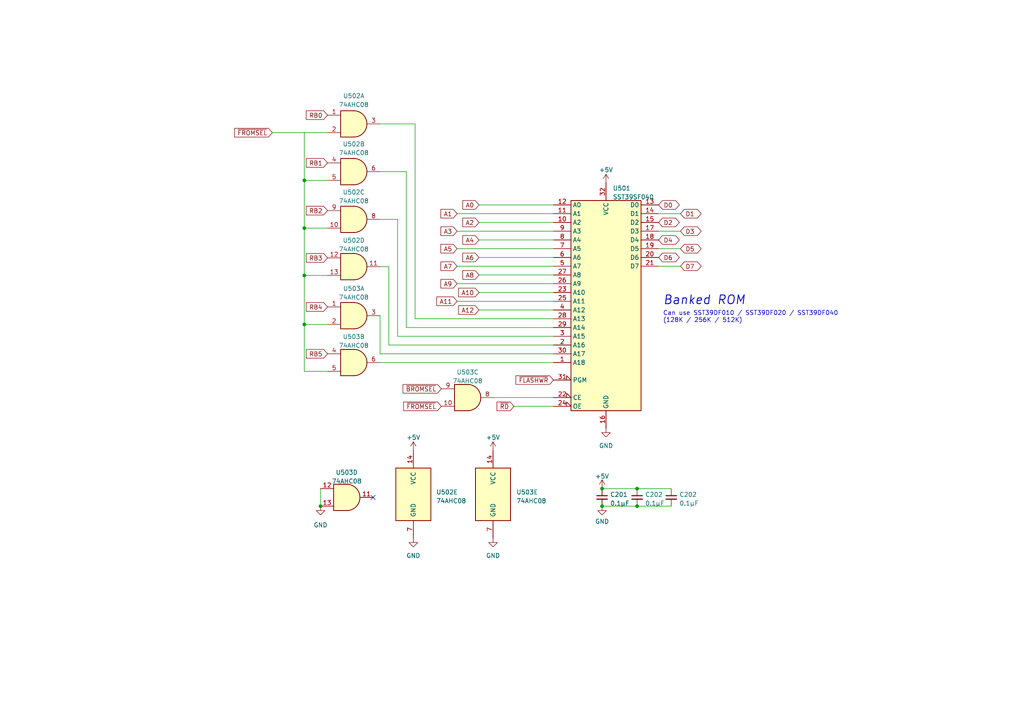
<source format=kicad_sch>
(kicad_sch (version 20230121) (generator eeschema)
  (paper "A4")
  (title_block (title "6809 Playground system board") (date "2023-11-06") (company "Copyright (c) 2022-2023 Jason R. Thorpe. See LICENSE."))
  (lib_symbols
    (symbol "74xx:74LS08" (pin_names (offset 1.016))
      (property "Reference" "U" (at 0 1.27 0))
      (property "Value" "74LS08" (at 0 -1.27 0))
      (symbol "74LS08_1_1"
        (arc (start 0 -3.81) (mid 3.7934 0) (end 0 3.81) (stroke (width 0.254)) (fill (type background)))
        (polyline (pts (xy 0 3.81) (xy -3.81 3.81) (xy -3.81 -3.81) (xy 0 -3.81)) (stroke (width 0.254)) (fill (type background)))
        (pin input line (at -7.62 2.54 0) (length 3.81) (name "~") (number "1"))
        (pin input line (at -7.62 -2.54 0) (length 3.81) (name "~") (number "2"))
        (pin output line (at 7.62 0 180) (length 3.81) (name "~") (number "3"))
      )
      (symbol "74LS08_1_2"
        (arc (start -3.81 -3.81) (mid -2.589 0) (end -3.81 3.81) (stroke (width 0.254)))
        (arc (start -0.6096 -3.81) (mid 2.1842 -2.5851) (end 3.81 0) (stroke (width 0.254)) (fill (type background)))
        (polyline (pts (xy -3.81 -3.81) (xy -0.635 -3.81)) (stroke (width 0.254)) (fill (type background)))
        (polyline (pts (xy -3.81 3.81) (xy -0.635 3.81)) (stroke (width 0.254)) (fill (type background)))
        (polyline (pts (xy -0.635 3.81) (xy -3.81 3.81) (xy -3.81 3.81) (xy -3.556 3.4036) (xy -3.0226 2.2606) (xy -2.6924 1.0414) (xy -2.6162 -0.254) (xy -2.7686 -1.4986) (xy -3.175 -2.7178) (xy -3.81 -3.81) (xy -3.81 -3.81) (xy -0.635 -3.81)) (stroke (width -25.4)) (fill (type background)))
        (arc (start 3.81 0) (mid 2.1915 2.5936) (end -0.6096 3.81) (stroke (width 0.254)) (fill (type background)))
        (pin input inverted (at -7.62 2.54 0) (length 4.318) (name "~") (number "1"))
        (pin input inverted (at -7.62 -2.54 0) (length 4.318) (name "~") (number "2"))
        (pin output inverted (at 7.62 0 180) (length 3.81) (name "~") (number "3"))
      )
      (symbol "74LS08_2_1"
        (arc (start 0 -3.81) (mid 3.7934 0) (end 0 3.81) (stroke (width 0.254)) (fill (type background)))
        (polyline (pts (xy 0 3.81) (xy -3.81 3.81) (xy -3.81 -3.81) (xy 0 -3.81)) (stroke (width 0.254)) (fill (type background)))
        (pin input line (at -7.62 2.54 0) (length 3.81) (name "~") (number "4"))
        (pin input line (at -7.62 -2.54 0) (length 3.81) (name "~") (number "5"))
        (pin output line (at 7.62 0 180) (length 3.81) (name "~") (number "6"))
      )
      (symbol "74LS08_2_2"
        (arc (start -3.81 -3.81) (mid -2.589 0) (end -3.81 3.81) (stroke (width 0.254)))
        (arc (start -0.6096 -3.81) (mid 2.1842 -2.5851) (end 3.81 0) (stroke (width 0.254)) (fill (type background)))
        (polyline (pts (xy -3.81 -3.81) (xy -0.635 -3.81)) (stroke (width 0.254)) (fill (type background)))
        (polyline (pts (xy -3.81 3.81) (xy -0.635 3.81)) (stroke (width 0.254)) (fill (type background)))
        (polyline (pts (xy -0.635 3.81) (xy -3.81 3.81) (xy -3.81 3.81) (xy -3.556 3.4036) (xy -3.0226 2.2606) (xy -2.6924 1.0414) (xy -2.6162 -0.254) (xy -2.7686 -1.4986) (xy -3.175 -2.7178) (xy -3.81 -3.81) (xy -3.81 -3.81) (xy -0.635 -3.81)) (stroke (width -25.4)) (fill (type background)))
        (arc (start 3.81 0) (mid 2.1915 2.5936) (end -0.6096 3.81) (stroke (width 0.254)) (fill (type background)))
        (pin input inverted (at -7.62 2.54 0) (length 4.318) (name "~") (number "4"))
        (pin input inverted (at -7.62 -2.54 0) (length 4.318) (name "~") (number "5"))
        (pin output inverted (at 7.62 0 180) (length 3.81) (name "~") (number "6"))
      )
      (symbol "74LS08_3_1"
        (arc (start 0 -3.81) (mid 3.7934 0) (end 0 3.81) (stroke (width 0.254)) (fill (type background)))
        (polyline (pts (xy 0 3.81) (xy -3.81 3.81) (xy -3.81 -3.81) (xy 0 -3.81)) (stroke (width 0.254)) (fill (type background)))
        (pin input line (at -7.62 -2.54 0) (length 3.81) (name "~") (number "10"))
        (pin output line (at 7.62 0 180) (length 3.81) (name "~") (number "8"))
        (pin input line (at -7.62 2.54 0) (length 3.81) (name "~") (number "9"))
      )
      (symbol "74LS08_3_2"
        (arc (start -3.81 -3.81) (mid -2.589 0) (end -3.81 3.81) (stroke (width 0.254)))
        (arc (start -0.6096 -3.81) (mid 2.1842 -2.5851) (end 3.81 0) (stroke (width 0.254)) (fill (type background)))
        (polyline (pts (xy -3.81 -3.81) (xy -0.635 -3.81)) (stroke (width 0.254)) (fill (type background)))
        (polyline (pts (xy -3.81 3.81) (xy -0.635 3.81)) (stroke (width 0.254)) (fill (type background)))
        (polyline (pts (xy -0.635 3.81) (xy -3.81 3.81) (xy -3.81 3.81) (xy -3.556 3.4036) (xy -3.0226 2.2606) (xy -2.6924 1.0414) (xy -2.6162 -0.254) (xy -2.7686 -1.4986) (xy -3.175 -2.7178) (xy -3.81 -3.81) (xy -3.81 -3.81) (xy -0.635 -3.81)) (stroke (width -25.4)) (fill (type background)))
        (arc (start 3.81 0) (mid 2.1915 2.5936) (end -0.6096 3.81) (stroke (width 0.254)) (fill (type background)))
        (pin input inverted (at -7.62 -2.54 0) (length 4.318) (name "~") (number "10"))
        (pin output inverted (at 7.62 0 180) (length 3.81) (name "~") (number "8"))
        (pin input inverted (at -7.62 2.54 0) (length 4.318) (name "~") (number "9"))
      )
      (symbol "74LS08_4_1"
        (arc (start 0 -3.81) (mid 3.7934 0) (end 0 3.81) (stroke (width 0.254)) (fill (type background)))
        (polyline (pts (xy 0 3.81) (xy -3.81 3.81) (xy -3.81 -3.81) (xy 0 -3.81)) (stroke (width 0.254)) (fill (type background)))
        (pin output line (at 7.62 0 180) (length 3.81) (name "~") (number "11"))
        (pin input line (at -7.62 2.54 0) (length 3.81) (name "~") (number "12"))
        (pin input line (at -7.62 -2.54 0) (length 3.81) (name "~") (number "13"))
      )
      (symbol "74LS08_4_2"
        (arc (start -3.81 -3.81) (mid -2.589 0) (end -3.81 3.81) (stroke (width 0.254)))
        (arc (start -0.6096 -3.81) (mid 2.1842 -2.5851) (end 3.81 0) (stroke (width 0.254)) (fill (type background)))
        (polyline (pts (xy -3.81 -3.81) (xy -0.635 -3.81)) (stroke (width 0.254)) (fill (type background)))
        (polyline (pts (xy -3.81 3.81) (xy -0.635 3.81)) (stroke (width 0.254)) (fill (type background)))
        (polyline (pts (xy -0.635 3.81) (xy -3.81 3.81) (xy -3.81 3.81) (xy -3.556 3.4036) (xy -3.0226 2.2606) (xy -2.6924 1.0414) (xy -2.6162 -0.254) (xy -2.7686 -1.4986) (xy -3.175 -2.7178) (xy -3.81 -3.81) (xy -3.81 -3.81) (xy -0.635 -3.81)) (stroke (width -25.4)) (fill (type background)))
        (arc (start 3.81 0) (mid 2.1915 2.5936) (end -0.6096 3.81) (stroke (width 0.254)) (fill (type background)))
        (pin output inverted (at 7.62 0 180) (length 3.81) (name "~") (number "11"))
        (pin input inverted (at -7.62 2.54 0) (length 4.318) (name "~") (number "12"))
        (pin input inverted (at -7.62 -2.54 0) (length 4.318) (name "~") (number "13"))
      )
      (symbol "74LS08_5_0"
        (pin power_in line (at 0 12.7 270) (length 5.08) (name "VCC") (number "14"))
        (pin power_in line (at 0 -12.7 90) (length 5.08) (name "GND") (number "7"))
      )
      (symbol "74LS08_5_1"
        (rectangle (start -5.08 7.62) (end 5.08 -7.62) (stroke (width 0.254)) (fill (type background)))
      )
    )
    (symbol "Device:C_Small" (pin_numbers hide) (pin_names (offset 0.254) hide)
      (property "Reference" "C" (at 0.254 1.778 0))
      (property "Value" "C_Small" (at 0.254 -2.032 0))
      (symbol "C_Small_0_1"
        (polyline (pts (xy -1.524 -0.508) (xy 1.524 -0.508)) (stroke (width 0.3302)))
        (polyline (pts (xy -1.524 0.508) (xy 1.524 0.508)) (stroke (width 0.3048)))
      )
      (symbol "C_Small_1_1"
        (pin passive line (at 0 2.54 270) (length 2.032) (name "~") (number "1"))
        (pin passive line (at 0 -2.54 90) (length 2.032) (name "~") (number "2"))
      )
    )
    (symbol "Memory_Flash:SST39SF040"
      (property "Reference" "U" (at 2.54 33.02 0))
      (property "Value" "SST39SF040" (at 0 -30.48 0))
      (symbol "SST39SF040_0_0"
        (pin power_in line (at 0 -34.29 90) (length 5.08) (name "GND") (number "16"))
        (pin power_in line (at 0 36.83 270) (length 5.08) (name "VCC") (number "32"))
      )
      (symbol "SST39SF040_0_1"
        (rectangle (start -10.16 31.75) (end 10.16 -29.21) (stroke (width 0.254)) (fill (type background)))
      )
      (symbol "SST39SF040_1_1"
        (pin input line (at -15.24 -15.24 0) (length 5.08) (name "A18") (number "1"))
        (pin input line (at -15.24 25.4 0) (length 5.08) (name "A2") (number "10"))
        (pin input line (at -15.24 27.94 0) (length 5.08) (name "A1") (number "11"))
        (pin input line (at -15.24 30.48 0) (length 5.08) (name "A0") (number "12"))
        (pin tri_state line (at 15.24 30.48 180) (length 5.08) (name "D0") (number "13"))
        (pin tri_state line (at 15.24 27.94 180) (length 5.08) (name "D1") (number "14"))
        (pin tri_state line (at 15.24 25.4 180) (length 5.08) (name "D2") (number "15"))
        (pin tri_state line (at 15.24 22.86 180) (length 5.08) (name "D3") (number "17"))
        (pin tri_state line (at 15.24 20.32 180) (length 5.08) (name "D4") (number "18"))
        (pin tri_state line (at 15.24 17.78 180) (length 5.08) (name "D5") (number "19"))
        (pin input line (at -15.24 -10.16 0) (length 5.08) (name "A16") (number "2"))
        (pin tri_state line (at 15.24 15.24 180) (length 5.08) (name "D6") (number "20"))
        (pin tri_state line (at 15.24 12.7 180) (length 5.08) (name "D7") (number "21"))
        (pin input input_low (at -15.24 -25.4 0) (length 5.08) (name "CE") (number "22"))
        (pin input line (at -15.24 5.08 0) (length 5.08) (name "A10") (number "23"))
        (pin input input_low (at -15.24 -27.94 0) (length 5.08) (name "OE") (number "24"))
        (pin input line (at -15.24 2.54 0) (length 5.08) (name "A11") (number "25"))
        (pin input line (at -15.24 7.62 0) (length 5.08) (name "A9") (number "26"))
        (pin input line (at -15.24 10.16 0) (length 5.08) (name "A8") (number "27"))
        (pin input line (at -15.24 -2.54 0) (length 5.08) (name "A13") (number "28"))
        (pin input line (at -15.24 -5.08 0) (length 5.08) (name "A14") (number "29"))
        (pin input line (at -15.24 -7.62 0) (length 5.08) (name "A15") (number "3"))
        (pin input line (at -15.24 -12.7 0) (length 5.08) (name "A17") (number "30"))
        (pin input input_low (at -15.24 -20.32 0) (length 5.08) (name "PGM") (number "31"))
        (pin input line (at -15.24 0 0) (length 5.08) (name "A12") (number "4"))
        (pin input line (at -15.24 12.7 0) (length 5.08) (name "A7") (number "5"))
        (pin input line (at -15.24 15.24 0) (length 5.08) (name "A6") (number "6"))
        (pin input line (at -15.24 17.78 0) (length 5.08) (name "A5") (number "7"))
        (pin input line (at -15.24 20.32 0) (length 5.08) (name "A4") (number "8"))
        (pin input line (at -15.24 22.86 0) (length 5.08) (name "A3") (number "9"))
      )
    )
    (symbol "power:+5V" (power) (pin_names (offset 0))
      (property "Value" "+5V" (at 0 3.556 0))
      (symbol "+5V_0_1"
        (polyline (pts (xy -0.762 1.27) (xy 0 2.54)))
        (polyline (pts (xy 0 0) (xy 0 2.54)))
        (polyline (pts (xy 0 2.54) (xy 0.762 1.27)))
      )
      (symbol "+5V_1_1"
        (pin power_in line (at 0 0 90) (length 0) hide (name "+5V") (number "1"))
      )
    )
    (symbol "power:GND" (power) (pin_names (offset 0))
      (property "Value" "GND" (at 0 -3.81 0))
      (symbol "GND_0_1"
        (polyline (pts (xy 0 0) (xy 0 -1.27) (xy 1.27 -1.27) (xy 0 -2.54) (xy -1.27 -1.27) (xy 0 -1.27)))
      )
      (symbol "GND_1_1"
        (pin power_in line (at 0 0 270) (length 0) hide (name "GND") (number "1"))
      )
    )
  )
  (junction (at 92.964 146.812))
  (junction (at 184.785 141.732))
  (junction (at 88.265 79.883))
  (junction (at 174.625 146.812))
  (junction (at 174.625 141.732))
  (junction (at 88.265 94.107))
  (junction (at 88.265 66.167))
  (junction (at 184.785 146.812))
  (junction (at 88.265 52.324))
  (no_connect (at 108.204 144.272))
  (wire (pts (xy 88.265 79.883) (xy 88.265 94.107)))
  (wire (pts (xy 112.776 100.076) (xy 112.776 77.343)))
  (wire (pts (xy 132.588 77.216) (xy 160.528 77.216)))
  (wire (pts (xy 132.588 61.976) (xy 160.528 61.976)))
  (wire (pts (xy 138.938 89.916) (xy 160.528 89.916)))
  (wire (pts (xy 110.236 105.156) (xy 160.528 105.156)))
  (wire (pts (xy 191.008 67.056) (xy 197.358 67.056)))
  (wire (pts (xy 88.265 79.883) (xy 94.996 79.883)))
  (wire (pts (xy 88.265 107.696) (xy 94.996 107.696)))
  (wire (pts (xy 88.265 94.107) (xy 94.996 94.107)))
  (wire (pts (xy 115.316 63.627) (xy 110.236 63.627)))
  (wire (pts (xy 143.256 115.316) (xy 160.528 115.316)))
  (wire (pts (xy 88.265 52.324) (xy 94.996 52.324)))
  (wire (pts (xy 191.008 72.136) (xy 197.358 72.136)))
  (wire (pts (xy 88.265 94.107) (xy 88.265 107.696)))
  (wire (pts (xy 88.265 38.354) (xy 88.265 52.324)))
  (wire (pts (xy 160.528 100.076) (xy 112.776 100.076)))
  (wire (pts (xy 138.938 79.756) (xy 160.528 79.756)))
  (wire (pts (xy 120.396 92.456) (xy 120.396 35.941)))
  (wire (pts (xy 174.625 146.812) (xy 184.785 146.812)))
  (wire (pts (xy 88.265 66.167) (xy 94.996 66.167)))
  (wire (pts (xy 160.528 102.616) (xy 110.236 102.616)))
  (wire (pts (xy 132.588 67.056) (xy 160.528 67.056)))
  (wire (pts (xy 78.994 38.481) (xy 94.996 38.481)))
  (wire (pts (xy 115.316 97.536) (xy 115.316 63.627)))
  (wire (pts (xy 191.008 77.216) (xy 197.358 77.216)))
  (wire (pts (xy 92.964 141.732) (xy 92.964 146.812)))
  (wire (pts (xy 160.528 97.536) (xy 115.316 97.536)))
  (wire (pts (xy 88.265 66.167) (xy 88.265 79.883)))
  (wire (pts (xy 138.938 84.836) (xy 160.528 84.836)))
  (wire (pts (xy 117.856 94.996) (xy 117.856 49.784)))
  (wire (pts (xy 160.528 94.996) (xy 117.856 94.996)))
  (wire (pts (xy 120.396 35.941) (xy 110.236 35.941)))
  (wire (pts (xy 191.008 61.976) (xy 197.358 61.976)))
  (wire (pts (xy 112.776 77.343) (xy 110.236 77.343)))
  (wire (pts (xy 160.528 92.456) (xy 120.396 92.456)))
  (wire (pts (xy 138.938 69.596) (xy 160.528 69.596)))
  (wire (pts (xy 184.785 141.732) (xy 194.691 141.732)))
  (wire (pts (xy 138.938 59.436) (xy 160.528 59.436)))
  (wire (pts (xy 138.938 74.676) (xy 160.528 74.676)))
  (wire (pts (xy 138.938 64.516) (xy 160.528 64.516)))
  (wire (pts (xy 88.265 52.324) (xy 88.265 66.167)))
  (wire (pts (xy 110.236 102.616) (xy 110.236 91.567)))
  (wire (pts (xy 132.588 72.136) (xy 160.528 72.136)))
  (wire (pts (xy 174.625 141.732) (xy 184.785 141.732)))
  (wire (pts (xy 132.588 82.296) (xy 160.528 82.296)))
  (wire (pts (xy 132.588 87.376) (xy 160.528 87.376)))
  (wire (pts (xy 117.856 49.784) (xy 110.236 49.784)))
  (wire (pts (xy 184.785 146.812) (xy 194.691 146.812)))
  (wire (pts (xy 149.098 117.856) (xy 160.528 117.856)))
  (text "Banked ROM" (at 192.278 88.646 0) (effects (font (size 2.54 2.54) (thickness 0.254) bold italic) (justify left bottom)))
  (text "Can use SST39DF010 / SST39DF020 / SST39DF040\n(128K / 256K / 512K)" (at 192.278 93.726 0) (effects (font (size 1.27 1.27)) (justify left bottom)))
  (global_label "A7" (shape input) (at 132.588 77.216 180) (property "Intersheetrefs" "${INTERSHEET_REFS}" (effects hide)))
  (global_label "A12" (shape input) (at 138.938 89.916 180) (property "Intersheetrefs" "${INTERSHEET_REFS}" (effects hide)))
  (global_label "A2" (shape input) (at 138.938 64.516 180) (property "Intersheetrefs" "${INTERSHEET_REFS}" (effects hide)))
  (global_label "D0" (shape bidirectional) (at 191.008 59.436 0) (property "Intersheetrefs" "${INTERSHEET_REFS}" (effects hide)))
  (global_label "A1" (shape input) (at 132.588 61.976 180) (property "Intersheetrefs" "${INTERSHEET_REFS}" (effects hide)))
  (global_label "RB1" (shape input) (at 94.996 47.244 180) (property "Intersheetrefs" "${INTERSHEET_REFS}" (effects hide)))
  (global_label "RB3" (shape input) (at 94.996 74.803 180) (property "Intersheetrefs" "${INTERSHEET_REFS}" (effects hide)))
  (global_label "D3" (shape bidirectional) (at 197.358 67.056 0) (property "Intersheetrefs" "${INTERSHEET_REFS}" (effects hide)))
  (global_label "A9" (shape input) (at 132.588 82.296 180) (property "Intersheetrefs" "${INTERSHEET_REFS}" (effects hide)))
  (global_label "RB0" (shape input) (at 94.996 33.401 180) (property "Intersheetrefs" "${INTERSHEET_REFS}" (effects hide)))
  (global_label "A0" (shape input) (at 138.938 59.436 180) (property "Intersheetrefs" "${INTERSHEET_REFS}" (effects hide)))
  (global_label "RB2" (shape input) (at 94.996 61.087 180) (property "Intersheetrefs" "${INTERSHEET_REFS}" (effects hide)))
  (global_label "RB5" (shape input) (at 94.996 102.616 180) (property "Intersheetrefs" "${INTERSHEET_REFS}" (effects hide)))
  (global_label "A3" (shape input) (at 132.588 67.056 180) (property "Intersheetrefs" "${INTERSHEET_REFS}" (effects hide)))
  (global_label "~{FROMSEL}" (shape input) (at 78.994 38.481 180) (property "Intersheetrefs" "${INTERSHEET_REFS}" (effects hide)))
  (global_label "A8" (shape input) (at 138.938 79.756 180) (property "Intersheetrefs" "${INTERSHEET_REFS}" (effects hide)))
  (global_label "A11" (shape input) (at 132.588 87.376 180) (property "Intersheetrefs" "${INTERSHEET_REFS}" (effects hide)))
  (global_label "D6" (shape bidirectional) (at 191.008 74.676 0) (property "Intersheetrefs" "${INTERSHEET_REFS}" (effects hide)))
  (global_label "A10" (shape input) (at 138.938 84.836 180) (property "Intersheetrefs" "${INTERSHEET_REFS}" (effects hide)))
  (global_label "D1" (shape bidirectional) (at 197.358 61.976 0) (property "Intersheetrefs" "${INTERSHEET_REFS}" (effects hide)))
  (global_label "D2" (shape bidirectional) (at 191.008 64.516 0) (property "Intersheetrefs" "${INTERSHEET_REFS}" (effects hide)))
  (global_label "~{BROMSEL}" (shape input) (at 128.016 112.776 180) (property "Intersheetrefs" "${INTERSHEET_REFS}" (effects hide)))
  (global_label "D4" (shape bidirectional) (at 191.008 69.596 0) (property "Intersheetrefs" "${INTERSHEET_REFS}" (effects hide)))
  (global_label "A4" (shape input) (at 138.938 69.596 180) (property "Intersheetrefs" "${INTERSHEET_REFS}" (effects hide)))
  (global_label "~{FROMSEL}" (shape input) (at 128.016 117.856 180) (property "Intersheetrefs" "${INTERSHEET_REFS}" (effects hide)))
  (global_label "D5" (shape bidirectional) (at 197.358 72.136 0) (property "Intersheetrefs" "${INTERSHEET_REFS}" (effects hide)))
  (global_label "A5" (shape input) (at 132.588 72.136 180) (property "Intersheetrefs" "${INTERSHEET_REFS}" (effects hide)))
  (global_label "RB4" (shape input) (at 94.996 89.027 180) (property "Intersheetrefs" "${INTERSHEET_REFS}" (effects hide)))
  (global_label "~{FLASHWR}" (shape input) (at 160.528 110.236 180) (property "Intersheetrefs" "${INTERSHEET_REFS}" (effects hide)))
  (global_label "D7" (shape bidirectional) (at 197.358 77.216 0) (property "Intersheetrefs" "${INTERSHEET_REFS}" (effects hide)))
  (global_label "A6" (shape input) (at 138.938 74.676 180) (property "Intersheetrefs" "${INTERSHEET_REFS}" (effects hide)))
  (global_label "~{RD}" (shape input) (at 149.098 117.856 180) (property "Intersheetrefs" "${INTERSHEET_REFS}" (effects hide)))
  (symbol (lib_id "74xx:74LS08") (at 102.616 91.567 0) (unit 1)
    (property "Reference" "U503" (at 102.6077 83.693 0))
    (property "Value" "74AHC08" (at 102.6077 86.233 0))
    (property "Footprint" "Package_DIP:DIP-14_W7.62mm_Socket" (effects hide))
    (property "Datasheet" "http://www.ti.com/lit/gpn/sn74LS08" (effects hide))
  )
  (symbol (lib_id "Device:C_Small") (at 174.625 144.272 0) (unit 1)
    (property "Reference" "C201" (at 176.9491 143.4436 0) (effects (justify left)))
    (property "Value" "0.1µF" (at 176.9491 145.9805 0) (effects (justify left)))
    (property "Footprint" "Capacitor_THT:C_Disc_D3.8mm_W2.6mm_P2.50mm" (effects hide))
    (instances (project "pg09-system" (path "" (reference "C201") (unit 1)) (path "" (reference "C301") (unit 1)) (path "" (reference "C501") (unit 1))))
  )
  (symbol (lib_id "74xx:74LS08") (at 100.584 144.272 0) (unit 4)
    (property "Reference" "U503" (at 100.5757 137.033 0))
    (property "Value" "74AHC08" (at 100.5757 139.573 0))
    (property "Footprint" "Package_DIP:DIP-14_W7.62mm_Socket" (effects hide))
    (property "Datasheet" "http://www.ti.com/lit/gpn/sn74LS08" (effects hide))
  )
  (symbol (lib_id "power:+5V") (at 175.768 53.086 0) (unit 1)
    (property "Reference" "#PWR0505" (effects hide))
    (property "Value" "+5V" (at 175.768 49.276 0))
  )
  (symbol (lib_id "power:+5V") (at 119.888 130.683 0) (unit 1)
    (property "Reference" "#PWR0510" (effects hide))
    (property "Value" "+5V" (at 119.888 126.873 0))
  )
  (symbol (lib_id "74xx:74LS08") (at 102.616 105.156 0) (unit 2)
    (property "Reference" "U503" (at 102.6077 97.663 0))
    (property "Value" "74AHC08" (at 102.6077 100.203 0))
    (property "Footprint" "Package_DIP:DIP-14_W7.62mm_Socket" (effects hide))
    (property "Datasheet" "http://www.ti.com/lit/gpn/sn74LS08" (effects hide))
  )
  (symbol (lib_id "power:+5V") (at 143.002 130.683 0) (unit 1)
    (property "Reference" "#PWR0507" (effects hide))
    (property "Value" "+5V" (at 143.002 126.873 0))
  )
  (symbol (lib_id "Device:C_Small") (at 184.785 144.272 0) (unit 1)
    (property "Reference" "C202" (at 187.1091 143.4436 0) (effects (justify left)))
    (property "Value" "0.1µF" (at 187.1091 145.9805 0) (effects (justify left)))
    (property "Footprint" "Capacitor_THT:C_Disc_D3.8mm_W2.6mm_P2.50mm" (effects hide))
    (instances (project "pg09-system" (path "" (reference "C202") (unit 1)) (path "" (reference "C302") (unit 1)) (path "" (reference "C502") (unit 1))))
  )
  (symbol (lib_id "74xx:74LS08") (at 102.616 63.627 0) (unit 3)
    (property "Reference" "U502" (at 102.6077 55.753 0))
    (property "Value" "74AHC08" (at 102.6077 58.293 0))
    (property "Footprint" "Package_DIP:DIP-14_W7.62mm_Socket" (effects hide))
    (property "Datasheet" "http://www.ti.com/lit/gpn/sn74LS08" (effects hide))
  )
  (symbol (lib_id "power:GND") (at 92.964 146.812 0) (unit 1)
    (property "Reference" "#PWR0502" (effects hide))
    (property "Value" "GND" (at 92.964 152.273 0))
  )
  (symbol (lib_id "74xx:74LS08") (at 143.002 143.383 0) (unit 5)
    (property "Reference" "U503" (at 149.733 142.748 0) (effects (justify left)))
    (property "Value" "74AHC08" (at 149.733 145.288 0) (effects (justify left)))
    (property "Footprint" "Package_DIP:DIP-14_W7.62mm_Socket" (effects hide))
    (property "Datasheet" "http://www.ti.com/lit/gpn/sn74LS08" (effects hide))
  )
  (symbol (lib_id "74xx:74LS08") (at 135.636 115.316 0) (unit 3)
    (property "Reference" "U503" (at 135.6277 107.95 0))
    (property "Value" "74AHC08" (at 135.6277 110.49 0))
    (property "Footprint" "Package_DIP:DIP-14_W7.62mm_Socket" (effects hide))
    (property "Datasheet" "http://www.ti.com/lit/gpn/sn74LS08" (effects hide))
  )
  (symbol (lib_id "74xx:74LS08") (at 102.616 35.941 0) (unit 1)
    (property "Reference" "U502" (at 102.6077 27.813 0))
    (property "Value" "74AHC08" (at 102.6077 30.353 0))
    (property "Footprint" "Package_DIP:DIP-14_W7.62mm_Socket" (effects hide))
    (property "Datasheet" "http://www.ti.com/lit/gpn/sn74LS08" (effects hide))
  )
  (symbol (lib_id "Device:C_Small") (at 194.691 144.272 0) (unit 1)
    (property "Reference" "C202" (at 197.0151 143.4436 0) (effects (justify left)))
    (property "Value" "0.1µF" (at 197.0151 145.9805 0) (effects (justify left)))
    (property "Footprint" "Capacitor_THT:C_Disc_D3.8mm_W2.6mm_P2.50mm" (effects hide))
    (instances (project "pg09-system" (path "" (reference "C202") (unit 1)) (path "" (reference "C302") (unit 1)) (path "" (reference "C503") (unit 1))))
  )
  (symbol (lib_id "power:GND") (at 175.768 124.206 0) (unit 1)
    (property "Reference" "#PWR0506" (effects hide))
    (property "Value" "GND" (at 175.768 129.286 0))
  )
  (symbol (lib_id "power:GND") (at 119.888 156.083 0) (unit 1)
    (property "Reference" "#PWR0504" (effects hide))
    (property "Value" "GND" (at 119.888 161.163 0))
  )
  (symbol (lib_id "74xx:74LS08") (at 102.616 49.784 0) (unit 2)
    (property "Reference" "U502" (at 102.6077 41.783 0))
    (property "Value" "74AHC08" (at 102.6077 44.323 0))
    (property "Footprint" "Package_DIP:DIP-14_W7.62mm_Socket" (effects hide))
    (property "Datasheet" "http://www.ti.com/lit/gpn/sn74LS08" (effects hide))
  )
  (symbol (lib_id "74xx:74LS08") (at 119.888 143.383 0) (unit 5)
    (property "Reference" "U502" (at 126.492 142.748 0) (effects (justify left)))
    (property "Value" "74AHC08" (at 126.492 145.288 0) (effects (justify left)))
    (property "Footprint" "Package_DIP:DIP-14_W7.62mm_Socket" (effects hide))
    (property "Datasheet" "http://www.ti.com/lit/gpn/sn74LS08" (effects hide))
  )
  (symbol (lib_id "Memory_Flash:SST39SF040") (at 175.768 89.916 0) (unit 1)
    (property "Reference" "U501" (at 177.7239 54.61 0) (effects (justify left)))
    (property "Value" "SST39SF040" (at 177.7239 57.15 0) (effects (justify left)))
    (property "Footprint" "Socket:DIP_Socket-32_W11.9_W12.7_W15.24_W17.78_W18.5_3M_232-1285-00-0602J" (effects hide))
    (property "Datasheet" "http://ww1.microchip.com/downloads/en/DeviceDoc/25022B.pdf" (effects hide))
  )
  (symbol (lib_id "power:+5V") (at 174.625 141.732 0) (unit 1)
    (property "Reference" "#PWR0214" (effects hide))
    (property "Value" "+5V" (at 174.625 138.1562 0))
    (instances (project "pg09-system" (path "" (reference "#PWR0214") (unit 1)) (path "" (reference "#PWR0309") (unit 1)) (path "" (reference "#PWR0508") (unit 1))))
  )
  (symbol (lib_id "power:GND") (at 174.625 146.812 0) (unit 1)
    (property "Reference" "#PWR0216" (effects hide))
    (property "Value" "GND" (at 174.625 151.2554 0))
    (instances (project "pg09-system" (path "" (reference "#PWR0216") (unit 1)) (path "" (reference "#PWR0310") (unit 1)) (path "" (reference "#PWR0509") (unit 1))))
  )
  (symbol (lib_id "power:GND") (at 143.002 156.083 0) (unit 1)
    (property "Reference" "#PWR0503" (effects hide))
    (property "Value" "GND" (at 143.002 161.163 0))
  )
  (symbol (lib_id "74xx:74LS08") (at 102.616 77.343 0) (unit 4)
    (property "Reference" "U502" (at 102.6077 69.723 0))
    (property "Value" "74AHC08" (at 102.6077 72.263 0))
    (property "Footprint" "Package_DIP:DIP-14_W7.62mm_Socket" (effects hide))
    (property "Datasheet" "http://www.ti.com/lit/gpn/sn74LS08" (effects hide))
  )
)
</source>
